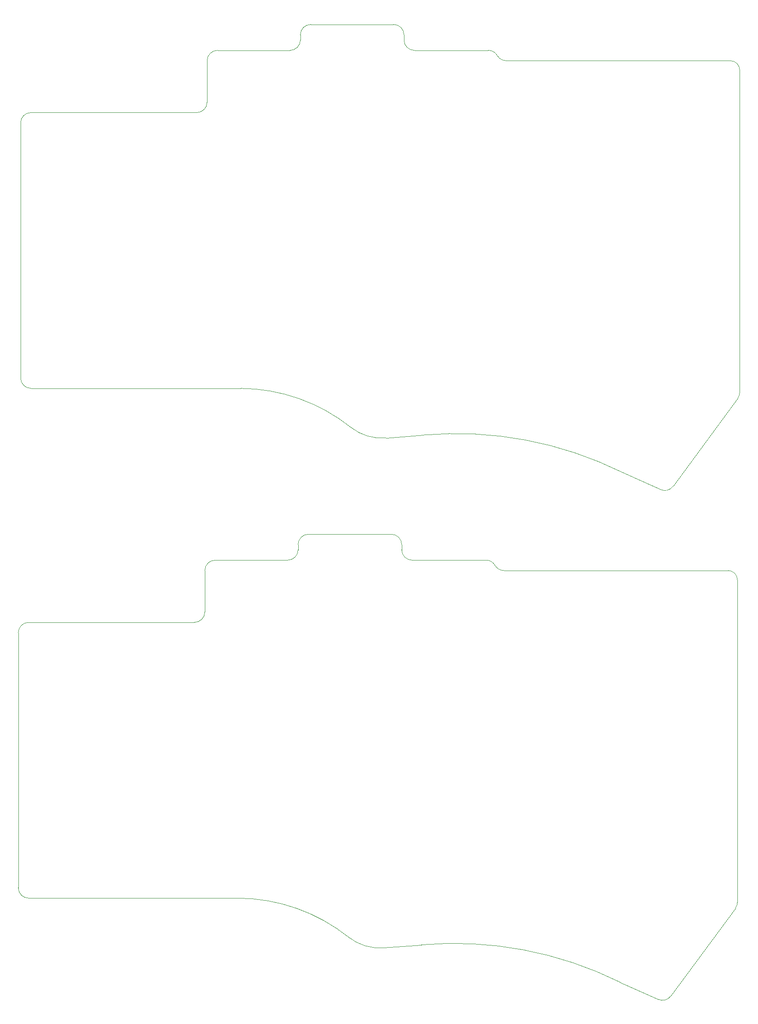
<source format=gm1>
%TF.GenerationSoftware,KiCad,Pcbnew,8.0.3*%
%TF.CreationDate,2024-06-12T13:30:28-03:00*%
%TF.ProjectId,keyboard_pcb,6b657962-6f61-4726-945f-7063622e6b69,rev1.0*%
%TF.SameCoordinates,Original*%
%TF.FileFunction,Profile,NP*%
%FSLAX46Y46*%
G04 Gerber Fmt 4.6, Leading zero omitted, Abs format (unit mm)*
G04 Created by KiCad (PCBNEW 8.0.3) date 2024-06-12 13:30:28*
%MOMM*%
%LPD*%
G01*
G04 APERTURE LIST*
%TA.AperFunction,Profile*%
%ADD10C,0.100000*%
%TD*%
G04 APERTURE END LIST*
D10*
X111360000Y-198440001D02*
G75*
G02*
X149689397Y-205640004I6323922J-71958199D01*
G01*
X123860000Y-124240000D02*
X109560000Y-124240000D01*
X159509999Y-208289999D02*
G75*
G02*
X157073880Y-208961421I-1599977J1049999D01*
G01*
X69560000Y-134240000D02*
G75*
G02*
X67560000Y-136239978I-1999978J0D01*
G01*
X172360000Y-189040000D02*
X172360000Y-128040000D01*
X123860000Y-124240000D02*
G75*
G02*
X125560017Y-125239991I22J-1945000D01*
G01*
X85560000Y-124240000D02*
X71560000Y-124240000D01*
X76060000Y-189440001D02*
G75*
G02*
X97309999Y-196965001I-272748J-34536869D01*
G01*
X33560000Y-138240000D02*
G75*
G02*
X35560000Y-136239978I2000022J0D01*
G01*
X105560000Y-119240000D02*
X89560000Y-119240000D01*
X33560000Y-138240000D02*
X33560000Y-187440000D01*
X127310002Y-126239998D02*
G75*
G02*
X125559997Y-125240002I20J2031298D01*
G01*
X109560000Y-124240000D02*
G75*
G02*
X107560022Y-122240000I22J2000000D01*
G01*
X149689399Y-205640000D02*
X157073868Y-208961447D01*
X111360000Y-198440001D02*
X104060000Y-199015000D01*
X172360000Y-190240000D02*
X172360000Y-189040000D01*
X35560000Y-189440000D02*
G75*
G02*
X33560022Y-187440000I22J2000000D01*
G01*
X87560000Y-122240000D02*
G75*
G02*
X85560000Y-124239978I-1999978J0D01*
G01*
X105560000Y-119240000D02*
G75*
G02*
X107560022Y-121240000I22J-2000000D01*
G01*
X69560000Y-126240000D02*
X69560000Y-134240000D01*
X172360000Y-190240000D02*
G75*
G02*
X171994040Y-191327893I-1799978J0D01*
G01*
X107560000Y-122240000D02*
X107560000Y-121240000D01*
X87560000Y-121240000D02*
X87560000Y-122240000D01*
X170560000Y-126240000D02*
X127310002Y-126239998D01*
X87560000Y-121240000D02*
G75*
G02*
X89560000Y-119239978I2000022J0D01*
G01*
X104060000Y-199015000D02*
G75*
G02*
X97310021Y-196964973I-764678J9619800D01*
G01*
X159509999Y-208289999D02*
X171994044Y-191327896D01*
X35560000Y-189440000D02*
X76060000Y-189440000D01*
X69560000Y-126240000D02*
G75*
G02*
X71560000Y-124239978I2000022J0D01*
G01*
X67560000Y-136240000D02*
X35560000Y-136240000D01*
X170560000Y-126240000D02*
G75*
G02*
X172360022Y-128040000I22J-1800000D01*
G01*
X171000000Y-27900000D02*
G75*
G02*
X172800022Y-29700000I22J-1800000D01*
G01*
X68000000Y-37900000D02*
X36000000Y-37900000D01*
X70000000Y-27900000D02*
G75*
G02*
X72000000Y-25899978I2000022J0D01*
G01*
X36000000Y-91100000D02*
X76500000Y-91100000D01*
X159949999Y-109949999D02*
X172434044Y-92987896D01*
X104500000Y-100675000D02*
G75*
G02*
X97750021Y-98624973I-764678J9619800D01*
G01*
X88000000Y-22900000D02*
G75*
G02*
X90000000Y-20899978I2000022J0D01*
G01*
X171000000Y-27900000D02*
X127750002Y-27899998D01*
X88000000Y-22900000D02*
X88000000Y-23900000D01*
X108000000Y-23900000D02*
X108000000Y-22900000D01*
X172800000Y-91900000D02*
G75*
G02*
X172434040Y-92987893I-1799978J0D01*
G01*
X70000000Y-27900000D02*
X70000000Y-35900000D01*
X106000000Y-20900000D02*
G75*
G02*
X108000022Y-22900000I22J-2000000D01*
G01*
X88000000Y-23900000D02*
G75*
G02*
X86000000Y-25899978I-1999978J0D01*
G01*
X36000000Y-91100000D02*
G75*
G02*
X34000022Y-89100000I22J2000000D01*
G01*
X172800000Y-91900000D02*
X172800000Y-90700000D01*
X111800000Y-100100001D02*
X104500000Y-100675000D01*
X150129399Y-107300000D02*
X157513868Y-110621447D01*
X110000000Y-25900000D02*
G75*
G02*
X108000022Y-23900000I22J2000000D01*
G01*
X127750002Y-27899998D02*
G75*
G02*
X125999997Y-26900002I20J2031298D01*
G01*
X34000000Y-39900000D02*
X34000000Y-89100000D01*
X106000000Y-20900000D02*
X90000000Y-20900000D01*
X34000000Y-39900000D02*
G75*
G02*
X36000000Y-37899978I2000022J0D01*
G01*
X76500000Y-91100001D02*
G75*
G02*
X97749999Y-98625001I-272748J-34536869D01*
G01*
X86000000Y-25900000D02*
X72000000Y-25900000D01*
X124300000Y-25900000D02*
G75*
G02*
X126000017Y-26899991I22J-1945000D01*
G01*
X172800000Y-90700000D02*
X172800000Y-29700000D01*
X70000000Y-35900000D02*
G75*
G02*
X68000000Y-37899978I-1999978J0D01*
G01*
X159949999Y-109949999D02*
G75*
G02*
X157513880Y-110621421I-1599977J1049999D01*
G01*
X124300000Y-25900000D02*
X110000000Y-25900000D01*
X111800000Y-100100001D02*
G75*
G02*
X150129397Y-107300004I6323922J-71958199D01*
G01*
M02*

</source>
